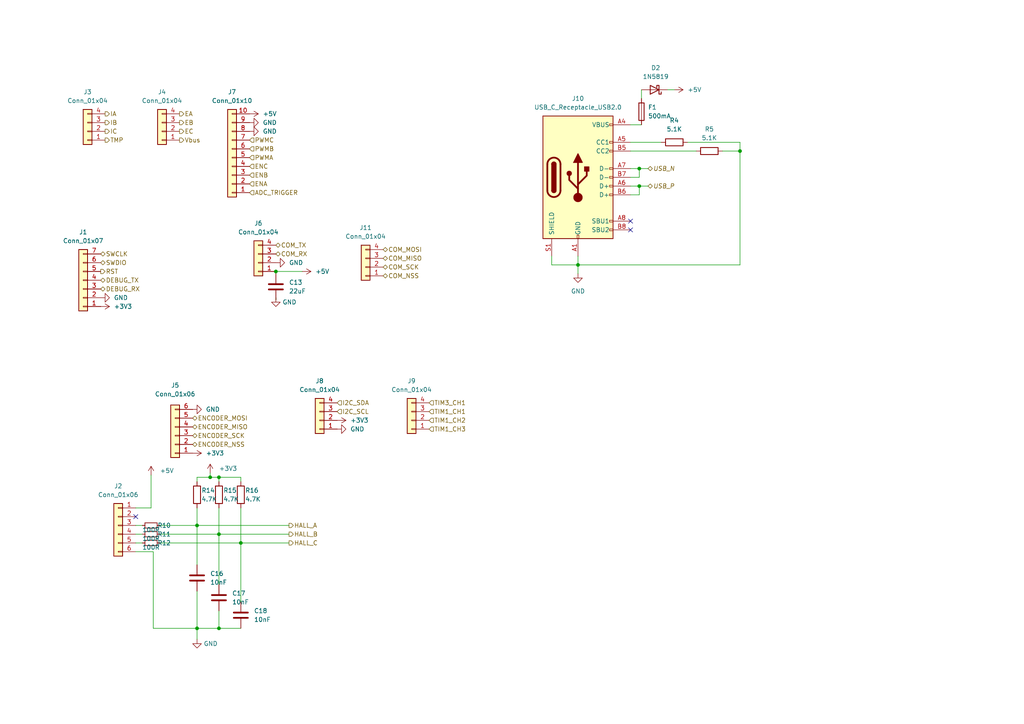
<source format=kicad_sch>
(kicad_sch (version 20211123) (generator eeschema)
  (paper "A4")
  (lib_symbols
    (symbol "Connector:USB_C_Receptacle_USB2.0" (pin_names (offset 1.016))
      (property "Reference" "J" (at -10.16 19.05 0))
      (property "Value" "USB_C_Receptacle_USB2.0" (at 19.05 19.05 0))
      (symbol "USB_C_Receptacle_USB2.0_0_0"
        (rectangle (start -0.254 -17.78) (end 0.254 -16.764))
        (rectangle (start 10.16 -14.986) (end 9.144 -15.494))
        (rectangle (start 10.16 -12.446) (end 9.144 -12.954))
        (rectangle (start 10.16 -4.826) (end 9.144 -5.334))
        (rectangle (start 10.16 -2.286) (end 9.144 -2.794))
        (rectangle (start 10.16 0.254) (end 9.144 -0.254))
        (rectangle (start 10.16 2.794) (end 9.144 2.286))
        (rectangle (start 10.16 7.874) (end 9.144 7.366))
        (rectangle (start 10.16 10.414) (end 9.144 9.906))
        (rectangle (start 10.16 15.494) (end 9.144 14.986))
      )
      (symbol "USB_C_Receptacle_USB2.0_0_1"
        (rectangle (start -10.16 17.78) (end 10.16 -17.78) (stroke (width 0.254)) (fill (type background)))
        (arc (start -8.89 -3.81) (mid -6.985 -5.715) (end -5.08 -3.81) (stroke (width 0.508)))
        (arc (start -7.62 -3.81) (mid -6.985 -4.445) (end -6.35 -3.81) (stroke (width 0.254)))
        (arc (start -7.62 -3.81) (mid -6.985 -4.445) (end -6.35 -3.81) (stroke (width 0.254)) (fill (type outline)))
        (rectangle (start -7.62 -3.81) (end -6.35 3.81) (stroke (width 0.254)) (fill (type outline)))
        (arc (start -6.35 3.81) (mid -6.985 4.445) (end -7.62 3.81) (stroke (width 0.254)))
        (arc (start -6.35 3.81) (mid -6.985 4.445) (end -7.62 3.81) (stroke (width 0.254)) (fill (type outline)))
        (arc (start -5.08 3.81) (mid -6.985 5.715) (end -8.89 3.81) (stroke (width 0.508)))
        (circle (center -2.54 1.143) (radius 0.635) (stroke (width 0.254)) (fill (type outline)))
        (circle (center 0 -5.842) (radius 1.27) (fill (type outline)))
        (polyline (pts (xy -8.89 -3.81) (xy -8.89 3.81)) (stroke (width 0.508)))
        (polyline (pts (xy -5.08 3.81) (xy -5.08 -3.81)) (stroke (width 0.508)))
        (polyline (pts (xy 0 -5.842) (xy 0 4.318)) (stroke (width 0.508)))
        (polyline (pts (xy 0 -3.302) (xy -2.54 -0.762) (xy -2.54 0.508)) (stroke (width 0.508)))
        (polyline (pts (xy 0 -2.032) (xy 2.54 0.508) (xy 2.54 1.778)) (stroke (width 0.508)))
        (polyline (pts (xy -1.27 4.318) (xy 0 6.858) (xy 1.27 4.318) (xy -1.27 4.318)) (stroke (width 0.254)) (fill (type outline)))
        (rectangle (start 1.905 1.778) (end 3.175 3.048) (stroke (width 0.254)) (fill (type outline)))
      )
      (symbol "USB_C_Receptacle_USB2.0_1_1"
        (pin passive line (at 0 -22.86 90) (length 5.08) (name "GND") (number "A1"))
        (pin passive line (at 0 -22.86 90) (length 5.08) hide (name "GND") (number "A12"))
        (pin passive line (at 15.24 15.24 180) (length 5.08) (name "VBUS") (number "A4"))
        (pin bidirectional line (at 15.24 10.16 180) (length 5.08) (name "CC1") (number "A5"))
        (pin bidirectional line (at 15.24 -2.54 180) (length 5.08) (name "D+") (number "A6"))
        (pin bidirectional line (at 15.24 2.54 180) (length 5.08) (name "D-") (number "A7"))
        (pin bidirectional line (at 15.24 -12.7 180) (length 5.08) (name "SBU1") (number "A8"))
        (pin passive line (at 15.24 15.24 180) (length 5.08) hide (name "VBUS") (number "A9"))
        (pin passive line (at 0 -22.86 90) (length 5.08) hide (name "GND") (number "B1"))
        (pin passive line (at 0 -22.86 90) (length 5.08) hide (name "GND") (number "B12"))
        (pin passive line (at 15.24 15.24 180) (length 5.08) hide (name "VBUS") (number "B4"))
        (pin bidirectional line (at 15.24 7.62 180) (length 5.08) (name "CC2") (number "B5"))
        (pin bidirectional line (at 15.24 -5.08 180) (length 5.08) (name "D+") (number "B6"))
        (pin bidirectional line (at 15.24 0 180) (length 5.08) (name "D-") (number "B7"))
        (pin bidirectional line (at 15.24 -15.24 180) (length 5.08) (name "SBU2") (number "B8"))
        (pin passive line (at 15.24 15.24 180) (length 5.08) hide (name "VBUS") (number "B9"))
        (pin passive line (at -7.62 -22.86 90) (length 5.08) (name "SHIELD") (number "S1"))
      )
    )
    (symbol "Connector_Generic:Conn_01x04" (pin_names (offset 1.016) hide)
      (property "Reference" "J" (at 0 5.08 0))
      (property "Value" "Conn_01x04" (at 0 -7.62 0))
      (symbol "Conn_01x04_1_1"
        (rectangle (start -1.27 -4.953) (end 0 -5.207) (stroke (width 0.1524)))
        (rectangle (start -1.27 -2.413) (end 0 -2.667) (stroke (width 0.1524)))
        (rectangle (start -1.27 0.127) (end 0 -0.127) (stroke (width 0.1524)))
        (rectangle (start -1.27 2.667) (end 0 2.413) (stroke (width 0.1524)))
        (rectangle (start -1.27 3.81) (end 1.27 -6.35) (stroke (width 0.254)) (fill (type background)))
        (pin passive line (at -5.08 2.54 0) (length 3.81) (name "Pin_1") (number "1"))
        (pin passive line (at -5.08 0 0) (length 3.81) (name "Pin_2") (number "2"))
        (pin passive line (at -5.08 -2.54 0) (length 3.81) (name "Pin_3") (number "3"))
        (pin passive line (at -5.08 -5.08 0) (length 3.81) (name "Pin_4") (number "4"))
      )
    )
    (symbol "Connector_Generic:Conn_01x06" (pin_names (offset 1.016) hide)
      (property "Reference" "J" (at 0 7.62 0))
      (property "Value" "Conn_01x06" (at 0 -10.16 0))
      (symbol "Conn_01x06_1_1"
        (rectangle (start -1.27 -7.493) (end 0 -7.747) (stroke (width 0.1524)))
        (rectangle (start -1.27 -4.953) (end 0 -5.207) (stroke (width 0.1524)))
        (rectangle (start -1.27 -2.413) (end 0 -2.667) (stroke (width 0.1524)))
        (rectangle (start -1.27 0.127) (end 0 -0.127) (stroke (width 0.1524)))
        (rectangle (start -1.27 2.667) (end 0 2.413) (stroke (width 0.1524)))
        (rectangle (start -1.27 5.207) (end 0 4.953) (stroke (width 0.1524)))
        (rectangle (start -1.27 6.35) (end 1.27 -8.89) (stroke (width 0.254)) (fill (type background)))
        (pin passive line (at -5.08 5.08 0) (length 3.81) (name "Pin_1") (number "1"))
        (pin passive line (at -5.08 2.54 0) (length 3.81) (name "Pin_2") (number "2"))
        (pin passive line (at -5.08 0 0) (length 3.81) (name "Pin_3") (number "3"))
        (pin passive line (at -5.08 -2.54 0) (length 3.81) (name "Pin_4") (number "4"))
        (pin passive line (at -5.08 -5.08 0) (length 3.81) (name "Pin_5") (number "5"))
        (pin passive line (at -5.08 -7.62 0) (length 3.81) (name "Pin_6") (number "6"))
      )
    )
    (symbol "Connector_Generic:Conn_01x07" (pin_names (offset 1.016) hide)
      (property "Reference" "J" (at 0 10.16 0))
      (property "Value" "Conn_01x07" (at 0 -10.16 0))
      (symbol "Conn_01x07_1_1"
        (rectangle (start -1.27 -7.493) (end 0 -7.747) (stroke (width 0.1524)))
        (rectangle (start -1.27 -4.953) (end 0 -5.207) (stroke (width 0.1524)))
        (rectangle (start -1.27 -2.413) (end 0 -2.667) (stroke (width 0.1524)))
        (rectangle (start -1.27 0.127) (end 0 -0.127) (stroke (width 0.1524)))
        (rectangle (start -1.27 2.667) (end 0 2.413) (stroke (width 0.1524)))
        (rectangle (start -1.27 5.207) (end 0 4.953) (stroke (width 0.1524)))
        (rectangle (start -1.27 7.747) (end 0 7.493) (stroke (width 0.1524)))
        (rectangle (start -1.27 8.89) (end 1.27 -8.89) (stroke (width 0.254)) (fill (type background)))
        (pin passive line (at -5.08 7.62 0) (length 3.81) (name "Pin_1") (number "1"))
        (pin passive line (at -5.08 5.08 0) (length 3.81) (name "Pin_2") (number "2"))
        (pin passive line (at -5.08 2.54 0) (length 3.81) (name "Pin_3") (number "3"))
        (pin passive line (at -5.08 0 0) (length 3.81) (name "Pin_4") (number "4"))
        (pin passive line (at -5.08 -2.54 0) (length 3.81) (name "Pin_5") (number "5"))
        (pin passive line (at -5.08 -5.08 0) (length 3.81) (name "Pin_6") (number "6"))
        (pin passive line (at -5.08 -7.62 0) (length 3.81) (name "Pin_7") (number "7"))
      )
    )
    (symbol "Connector_Generic:Conn_01x10" (pin_names (offset 1.016) hide)
      (property "Reference" "J" (at 0 12.7 0))
      (property "Value" "Conn_01x10" (at 0 -15.24 0))
      (symbol "Conn_01x10_1_1"
        (rectangle (start -1.27 -12.573) (end 0 -12.827) (stroke (width 0.1524)))
        (rectangle (start -1.27 -10.033) (end 0 -10.287) (stroke (width 0.1524)))
        (rectangle (start -1.27 -7.493) (end 0 -7.747) (stroke (width 0.1524)))
        (rectangle (start -1.27 -4.953) (end 0 -5.207) (stroke (width 0.1524)))
        (rectangle (start -1.27 -2.413) (end 0 -2.667) (stroke (width 0.1524)))
        (rectangle (start -1.27 0.127) (end 0 -0.127) (stroke (width 0.1524)))
        (rectangle (start -1.27 2.667) (end 0 2.413) (stroke (width 0.1524)))
        (rectangle (start -1.27 5.207) (end 0 4.953) (stroke (width 0.1524)))
        (rectangle (start -1.27 7.747) (end 0 7.493) (stroke (width 0.1524)))
        (rectangle (start -1.27 10.287) (end 0 10.033) (stroke (width 0.1524)))
        (rectangle (start -1.27 11.43) (end 1.27 -13.97) (stroke (width 0.254)) (fill (type background)))
        (pin passive line (at -5.08 10.16 0) (length 3.81) (name "Pin_1") (number "1"))
        (pin passive line (at -5.08 -12.7 0) (length 3.81) (name "Pin_10") (number "10"))
        (pin passive line (at -5.08 7.62 0) (length 3.81) (name "Pin_2") (number "2"))
        (pin passive line (at -5.08 5.08 0) (length 3.81) (name "Pin_3") (number "3"))
        (pin passive line (at -5.08 2.54 0) (length 3.81) (name "Pin_4") (number "4"))
        (pin passive line (at -5.08 0 0) (length 3.81) (name "Pin_5") (number "5"))
        (pin passive line (at -5.08 -2.54 0) (length 3.81) (name "Pin_6") (number "6"))
        (pin passive line (at -5.08 -5.08 0) (length 3.81) (name "Pin_7") (number "7"))
        (pin passive line (at -5.08 -7.62 0) (length 3.81) (name "Pin_8") (number "8"))
        (pin passive line (at -5.08 -10.16 0) (length 3.81) (name "Pin_9") (number "9"))
      )
    )
    (symbol "Device:C" (pin_numbers hide) (pin_names (offset 0.254))
      (property "Reference" "C" (at 0.635 2.54 0))
      (property "Value" "C" (at 0.635 -2.54 0))
      (symbol "C_0_1"
        (polyline (pts (xy -2.032 -0.762) (xy 2.032 -0.762)) (stroke (width 0.508)))
        (polyline (pts (xy -2.032 0.762) (xy 2.032 0.762)) (stroke (width 0.508)))
      )
      (symbol "C_1_1"
        (pin passive line (at 0 3.81 270) (length 2.794) (name "~") (number "1"))
        (pin passive line (at 0 -3.81 90) (length 2.794) (name "~") (number "2"))
      )
    )
    (symbol "Device:Fuse" (pin_numbers hide) (pin_names (offset 0))
      (property "Reference" "F" (at 2.032 0 90))
      (property "Value" "Fuse" (at -1.905 0 90))
      (symbol "Fuse_0_1"
        (rectangle (start -0.762 -2.54) (end 0.762 2.54) (stroke (width 0.254)))
        (polyline (pts (xy 0 2.54) (xy 0 -2.54)))
      )
      (symbol "Fuse_1_1"
        (pin passive line (at 0 3.81 270) (length 1.27) (name "~") (number "1"))
        (pin passive line (at 0 -3.81 90) (length 1.27) (name "~") (number "2"))
      )
    )
    (symbol "Device:R" (pin_numbers hide) (pin_names (offset 0))
      (property "Reference" "R" (at 2.032 0 90))
      (property "Value" "R" (at 0 0 90))
      (symbol "R_0_1"
        (rectangle (start -1.016 -2.54) (end 1.016 2.54) (stroke (width 0.254)))
      )
      (symbol "R_1_1"
        (pin passive line (at 0 3.81 270) (length 1.27) (name "~") (number "1"))
        (pin passive line (at 0 -3.81 90) (length 1.27) (name "~") (number "2"))
      )
    )
    (symbol "Device:R_Small" (pin_numbers hide) (pin_names (offset 0.254) hide)
      (property "Reference" "R" (at 0.762 0.508 0))
      (property "Value" "R_Small" (at 0.762 -1.016 0))
      (symbol "R_Small_0_1"
        (rectangle (start -0.762 1.778) (end 0.762 -1.778) (stroke (width 0.2032)))
      )
      (symbol "R_Small_1_1"
        (pin passive line (at 0 2.54 270) (length 0.762) (name "~") (number "1"))
        (pin passive line (at 0 -2.54 90) (length 0.762) (name "~") (number "2"))
      )
    )
    (symbol "Diode:1N5819" (pin_numbers hide) (pin_names (offset 1.016) hide)
      (property "Reference" "D" (at 0 2.54 0))
      (property "Value" "1N5819" (at 0 -2.54 0))
      (symbol "1N5819_0_1"
        (polyline (pts (xy 1.27 0) (xy -1.27 0)))
        (polyline (pts (xy 1.27 1.27) (xy 1.27 -1.27) (xy -1.27 0) (xy 1.27 1.27)) (stroke (width 0.254)))
        (polyline (pts (xy -1.905 0.635) (xy -1.905 1.27) (xy -1.27 1.27) (xy -1.27 -1.27) (xy -0.635 -1.27) (xy -0.635 -0.635)) (stroke (width 0.254)))
      )
      (symbol "1N5819_1_1"
        (pin passive line (at -3.81 0 0) (length 2.54) (name "K") (number "1"))
        (pin passive line (at 3.81 0 180) (length 2.54) (name "A") (number "2"))
      )
    )
    (symbol "power:+3V3" (power) (pin_names (offset 0))
      (property "Value" "+3V3" (at 0 3.556 0))
      (symbol "+3V3_0_1"
        (polyline (pts (xy -0.762 1.27) (xy 0 2.54)))
        (polyline (pts (xy 0 0) (xy 0 2.54)))
        (polyline (pts (xy 0 2.54) (xy 0.762 1.27)))
      )
      (symbol "+3V3_1_1"
        (pin power_in line (at 0 0 90) (length 0) hide (name "+3V3") (number "1"))
      )
    )
    (symbol "power:+5V" (power) (pin_names (offset 0))
      (property "Value" "+5V" (at 0 3.556 0))
      (symbol "+5V_0_1"
        (polyline (pts (xy -0.762 1.27) (xy 0 2.54)))
        (polyline (pts (xy 0 0) (xy 0 2.54)))
        (polyline (pts (xy 0 2.54) (xy 0.762 1.27)))
      )
      (symbol "+5V_1_1"
        (pin power_in line (at 0 0 90) (length 0) hide (name "+5V") (number "1"))
      )
    )
    (symbol "power:GND" (power) (pin_names (offset 0))
      (property "Value" "GND" (at 0 -3.81 0))
      (symbol "GND_0_1"
        (polyline (pts (xy 0 0) (xy 0 -1.27) (xy 1.27 -1.27) (xy 0 -2.54) (xy -1.27 -1.27) (xy 0 -1.27)))
      )
      (symbol "GND_1_1"
        (pin power_in line (at 0 0 270) (length 0) hide (name "GND") (number "1"))
      )
    )
  )
  (junction (at 63.5 182.245))
  (junction (at 214.63 43.815))
  (junction (at 167.64 76.835))
  (junction (at 63.5 138.43))
  (junction (at 80.01 78.74))
  (junction (at 69.85 157.48))
  (junction (at 57.15 152.4))
  (junction (at 185.42 53.975))
  (junction (at 63.5 154.94))
  (junction (at 185.42 48.895))
  (junction (at 57.15 182.245))
  (junction (at 60.96 138.43))
  (no_connect (at 39.37 149.86))
  (no_connect (at 182.88 64.135))
  (no_connect (at 182.88 66.675))
  (wire (pts (xy 182.88 51.435) (xy 185.42 51.435)))
  (wire (pts (xy 57.15 138.43) (xy 57.15 139.7)))
  (wire (pts (xy 46.355 157.48) (xy 69.85 157.48)))
  (wire (pts (xy 214.63 41.275) (xy 214.63 43.815)))
  (wire (pts (xy 80.01 79.375) (xy 80.01 78.74)))
  (wire (pts (xy 43.815 147.32) (xy 39.37 147.32)))
  (wire (pts (xy 57.15 185.42) (xy 57.15 182.245)))
  (wire (pts (xy 57.15 182.245) (xy 63.5 182.245)))
  (wire (pts (xy 160.02 76.835) (xy 167.64 76.835)))
  (wire (pts (xy 182.88 53.975) (xy 185.42 53.975)))
  (wire (pts (xy 182.88 48.895) (xy 185.42 48.895)))
  (wire (pts (xy 167.64 76.835) (xy 167.64 79.375)))
  (wire (pts (xy 69.85 139.7) (xy 69.85 138.43)))
  (wire (pts (xy 186.055 26.035) (xy 186.055 28.575)))
  (wire (pts (xy 44.45 160.02) (xy 44.45 182.245)))
  (wire (pts (xy 46.355 154.94) (xy 63.5 154.94)))
  (wire (pts (xy 69.85 157.48) (xy 83.82 157.48)))
  (wire (pts (xy 167.64 74.295) (xy 167.64 76.835)))
  (wire (pts (xy 182.88 43.815) (xy 201.93 43.815)))
  (wire (pts (xy 57.15 147.32) (xy 57.15 152.4)))
  (wire (pts (xy 182.88 36.195) (xy 186.055 36.195)))
  (wire (pts (xy 63.5 139.7) (xy 63.5 138.43)))
  (wire (pts (xy 182.88 56.515) (xy 185.42 56.515)))
  (wire (pts (xy 185.42 48.895) (xy 187.96 48.895)))
  (wire (pts (xy 57.15 152.4) (xy 57.15 163.83)))
  (wire (pts (xy 39.37 157.48) (xy 41.275 157.48)))
  (wire (pts (xy 80.01 86.995) (xy 80.01 86.36)))
  (wire (pts (xy 87.63 78.74) (xy 80.01 78.74)))
  (wire (pts (xy 63.5 138.43) (xy 60.96 138.43)))
  (wire (pts (xy 39.37 154.94) (xy 41.275 154.94)))
  (wire (pts (xy 63.5 154.94) (xy 63.5 169.545)))
  (wire (pts (xy 57.15 171.45) (xy 57.15 182.245)))
  (wire (pts (xy 185.42 56.515) (xy 185.42 53.975)))
  (wire (pts (xy 44.45 182.245) (xy 57.15 182.245)))
  (wire (pts (xy 193.675 26.035) (xy 195.58 26.035)))
  (wire (pts (xy 182.88 41.275) (xy 191.77 41.275)))
  (wire (pts (xy 46.355 152.4) (xy 57.15 152.4)))
  (wire (pts (xy 214.63 43.815) (xy 214.63 76.835)))
  (wire (pts (xy 69.85 157.48) (xy 69.85 174.625)))
  (wire (pts (xy 199.39 41.275) (xy 214.63 41.275)))
  (wire (pts (xy 69.85 147.32) (xy 69.85 157.48)))
  (wire (pts (xy 43.815 137.795) (xy 43.815 147.32)))
  (wire (pts (xy 214.63 76.835) (xy 167.64 76.835)))
  (wire (pts (xy 160.02 74.295) (xy 160.02 76.835)))
  (wire (pts (xy 60.96 138.43) (xy 57.15 138.43)))
  (wire (pts (xy 57.15 152.4) (xy 83.82 152.4)))
  (wire (pts (xy 63.5 177.165) (xy 63.5 182.245)))
  (wire (pts (xy 69.85 138.43) (xy 63.5 138.43)))
  (wire (pts (xy 63.5 154.94) (xy 83.82 154.94)))
  (wire (pts (xy 185.42 53.975) (xy 187.96 53.975)))
  (wire (pts (xy 39.37 160.02) (xy 44.45 160.02)))
  (wire (pts (xy 209.55 43.815) (xy 214.63 43.815)))
  (wire (pts (xy 63.5 182.245) (xy 69.85 182.245)))
  (wire (pts (xy 60.96 137.16) (xy 60.96 138.43)))
  (wire (pts (xy 63.5 147.32) (xy 63.5 154.94)))
  (wire (pts (xy 39.37 152.4) (xy 41.275 152.4)))
  (wire (pts (xy 185.42 51.435) (xy 185.42 48.895)))
  (hierarchical_label "DEBUG_TX" (shape bidirectional) (at 29.21 81.28 0))
  (hierarchical_label "SWCLK" (shape bidirectional) (at 29.21 73.66 0))
  (hierarchical_label "TMP" (shape output) (at 30.48 40.64 0))
  (hierarchical_label "ENB" (shape input) (at 72.39 50.8 0))
  (hierarchical_label "HALL_B" (shape output) (at 83.82 154.94 0))
  (hierarchical_label "COM_MISO" (shape bidirectional) (at 111.125 74.93 0))
  (hierarchical_label "EA" (shape output) (at 52.07 33.02 0))
  (hierarchical_label "RST" (shape output) (at 29.21 78.74 0))
  (hierarchical_label "ENCODER_SCK" (shape bidirectional) (at 55.88 126.365 0))
  (hierarchical_label "EC" (shape output) (at 52.07 38.1 0))
  (hierarchical_label "TIM3_CH1" (shape input) (at 124.46 116.84 0))
  (hierarchical_label "I2C_SDA" (shape input) (at 97.79 116.84 0))
  (hierarchical_label "COM_MOSI" (shape bidirectional) (at 111.125 72.39 0))
  (hierarchical_label "DEBUG_RX" (shape bidirectional) (at 29.21 83.82 0))
  (hierarchical_label "I2C_SCL" (shape input) (at 97.79 119.38 0))
  (hierarchical_label "PWMC" (shape input) (at 72.39 40.64 0))
  (hierarchical_label "TIM1_CH3" (shape input) (at 124.46 124.46 0))
  (hierarchical_label "PWMA" (shape input) (at 72.39 45.72 0))
  (hierarchical_label "EB" (shape output) (at 52.07 35.56 0))
  (hierarchical_label "TIM1_CH2" (shape input) (at 124.46 121.92 0))
  (hierarchical_label "ENA" (shape input) (at 72.39 53.34 0))
  (hierarchical_label "PWMB" (shape input) (at 72.39 43.18 0))
  (hierarchical_label "USB_P" (shape bidirectional) (at 187.96 53.975 0) (effects (font italic)))
  (hierarchical_label "ENC" (shape input) (at 72.39 48.26 0))
  (hierarchical_label "ENCODER_MISO" (shape bidirectional) (at 55.88 123.825 0))
  (hierarchical_label "ENCODER_NSS" (shape bidirectional) (at 55.88 128.905 0))
  (hierarchical_label "HALL_A" (shape output) (at 83.82 152.4 0))
  (hierarchical_label "USB_N" (shape bidirectional) (at 187.96 48.895 0) (effects (font italic)))
  (hierarchical_label "SWDIO" (shape bidirectional) (at 29.21 76.2 0))
  (hierarchical_label "IA" (shape output) (at 30.48 33.02 0))
  (hierarchical_label "HALL_C" (shape output) (at 83.82 157.48 0))
  (hierarchical_label "Vbus" (shape output) (at 52.07 40.64 0))
  (hierarchical_label "COM_RX" (shape bidirectional) (at 80.01 73.66 0))
  (hierarchical_label "COM_TX" (shape bidirectional) (at 80.01 71.12 0))
  (hierarchical_label "IC" (shape output) (at 30.48 38.1 0))
  (hierarchical_label "TIM1_CH1" (shape input) (at 124.46 119.38 0))
  (hierarchical_label "IB" (shape output) (at 30.48 35.56 0))
  (hierarchical_label "ADC_TRIGGER" (shape input) (at 72.39 55.88 0))
  (hierarchical_label "ENCODER_MOSI" (shape bidirectional) (at 55.88 121.285 0))
  (hierarchical_label "COM_NSS" (shape bidirectional) (at 111.125 80.01 0))
  (hierarchical_label "COM_SCK" (shape bidirectional) (at 111.125 77.47 0))
  (symbol (lib_id "Device:C") (at 69.85 178.435 0) (unit 1)
    (property "Reference" "C18" (at 73.66 177.1649 0) (effects (justify left)))
    (property "Value" "10nF" (at 73.66 179.7049 0) (effects (justify left)))
    (property "Footprint" "Capacitor_SMD:C_0603_1608Metric" (effects hide))
  )
  (symbol (lib_id "Connector_Generic:Conn_01x10") (at 67.31 45.72 180) (unit 1)
    (property "Reference" "J7" (at 67.31 26.67 0))
    (property "Value" "Conn_01x10" (at 67.31 29.21 0))
    (property "Footprint" "Connector_PinHeader_2.54mm:PinHeader_1x10_P2.54mm_Vertical" (effects hide))
  )
  (symbol (lib_id "Connector_Generic:Conn_01x04") (at 74.93 76.2 180) (unit 1)
    (property "Reference" "J6" (at 74.93 64.77 0))
    (property "Value" "Conn_01x04" (at 74.93 67.31 0))
    (property "Footprint" "Connector_JST:JST_PH_S4B-PH-SM4-TB_1x04-1MP_P2.00mm_Horizontal" (effects hide))
  )
  (symbol (lib_id "Device:Fuse") (at 186.055 32.385 180) (unit 1)
    (property "Reference" "F1" (at 187.96 31.1149 0) (effects (justify right)))
    (property "Value" "500mA" (at 187.96 33.6549 0) (effects (justify right)))
    (property "Footprint" "Fuse:Fuse_0603_1608Metric" (effects hide))
  )
  (symbol (lib_id "Device:R_Small") (at 43.815 157.48 90) (unit 1)
    (property "Reference" "R12" (at 47.625 157.48 90))
    (property "Value" "100R" (at 43.815 158.75 90))
    (property "Footprint" "Resistor_SMD:R_0603_1608Metric" (effects hide))
  )
  (symbol (lib_id "Device:R_Small") (at 43.815 152.4 90) (unit 1)
    (property "Reference" "R10" (at 47.625 152.4 90))
    (property "Value" "100R" (at 43.815 153.67 90))
    (property "Footprint" "Resistor_SMD:R_0603_1608Metric" (effects hide))
  )
  (symbol (lib_id "Device:R") (at 205.74 43.815 90) (unit 1)
    (property "Reference" "R5" (at 205.74 37.465 90))
    (property "Value" "5.1K" (at 205.74 40.005 90))
    (property "Footprint" "Resistor_SMD:R_0603_1608Metric" (effects hide))
  )
  (symbol (lib_id "Device:R") (at 57.15 143.51 0) (unit 1)
    (property "Reference" "R14" (at 58.42 142.24 0) (effects (justify left)))
    (property "Value" "4.7K" (at 58.42 144.78 0) (effects (justify left)))
    (property "Footprint" "Resistor_SMD:R_0603_1608Metric" (effects hide))
  )
  (symbol (lib_id "Diode:1N5819") (at 189.865 26.035 180) (unit 1)
    (property "Reference" "D2" (at 190.1825 19.685 0))
    (property "Value" "1N5819" (at 190.1825 22.225 0))
    (property "Footprint" "Diode_SMD:D_SOD-323" (effects hide))
    (property "Datasheet" "http://www.vishay.com/docs/88525/1n5817.pdf" (effects hide))
  )
  (symbol (lib_id "Connector_Generic:Conn_01x06") (at 34.29 152.4 0) (mirror y) (unit 1)
    (property "Reference" "J2" (at 34.29 140.97 0))
    (property "Value" "Conn_01x06" (at 34.29 143.51 0))
    (property "Footprint" "Connector_JST:JST_GH_SM06B-GHS-TB_1x06-1MP_P1.25mm_Horizontal" (effects hide))
  )
  (symbol (lib_id "power:GND") (at 80.01 86.36 0) (unit 1)
    (property "Reference" "#PWR0102" (effects hide))
    (property "Value" "GND" (at 81.915 87.6299 0) (effects (justify left)))
  )
  (symbol (lib_id "Device:R_Small") (at 43.815 154.94 90) (unit 1)
    (property "Reference" "R11" (at 47.625 154.94 90))
    (property "Value" "100R" (at 43.815 156.21 90))
    (property "Footprint" "Resistor_SMD:R_0603_1608Metric" (effects hide))
  )
  (symbol (lib_id "power:GND") (at 29.21 86.36 90) (unit 1)
    (property "Reference" "#PWR014" (effects hide))
    (property "Value" "GND" (at 33.02 86.3599 90) (effects (justify right)))
  )
  (symbol (lib_id "Device:C") (at 57.15 167.64 0) (unit 1)
    (property "Reference" "C16" (at 60.96 166.3699 0) (effects (justify left)))
    (property "Value" "10nF" (at 60.96 168.9099 0) (effects (justify left)))
    (property "Footprint" "Capacitor_SMD:C_0603_1608Metric" (effects hide))
  )
  (symbol (lib_id "Device:R") (at 69.85 143.51 0) (unit 1)
    (property "Reference" "R16" (at 71.12 142.24 0) (effects (justify left)))
    (property "Value" "4.7K" (at 71.12 144.78 0) (effects (justify left)))
    (property "Footprint" "Resistor_SMD:R_0603_1608Metric" (effects hide))
  )
  (symbol (lib_id "power:GND") (at 72.39 38.1 90) (unit 1)
    (property "Reference" "#PWR025" (effects hide))
    (property "Value" "GND" (at 76.2 38.0999 90) (effects (justify right)))
  )
  (symbol (lib_id "Connector_Generic:Conn_01x04") (at 119.38 121.92 180) (unit 1)
    (property "Reference" "J9" (at 119.38 110.49 0))
    (property "Value" "Conn_01x04" (at 119.38 113.03 0))
    (property "Footprint" "Connector_PinHeader_2.54mm:PinHeader_1x04_P2.54mm_Horizontal" (effects hide))
  )
  (symbol (lib_id "Connector:USB_C_Receptacle_USB2.0") (at 167.64 51.435 0) (unit 1)
    (property "Reference" "J10" (at 167.64 28.575 0))
    (property "Value" "USB_C_Receptacle_USB2.0" (at 167.64 31.115 0))
    (property "Footprint" "Connector_USB:USB_C_Receptacle_HRO_TYPE-C-31-M-12" (effects hide))
    (property "Datasheet" "https://www.usb.org/sites/default/files/documents/usb_type-c.zip" (effects hide))
  )
  (symbol (lib_id "Device:C") (at 63.5 173.355 0) (unit 1)
    (property "Reference" "C17" (at 67.31 172.0849 0) (effects (justify left)))
    (property "Value" "10nF" (at 67.31 174.6249 0) (effects (justify left)))
    (property "Footprint" "Capacitor_SMD:C_0603_1608Metric" (effects hide))
  )
  (symbol (lib_id "Connector_Generic:Conn_01x07") (at 24.13 81.28 180) (unit 1)
    (property "Reference" "J1" (at 24.13 67.31 0))
    (property "Value" "Conn_01x07" (at 24.13 69.85 0))
    (property "Footprint" "Connector_PinHeader_2.54mm:PinHeader_1x07_P2.54mm_Horizontal" (effects hide))
  )
  (symbol (lib_id "Device:R") (at 195.58 41.275 90) (unit 1)
    (property "Reference" "R4" (at 195.58 34.925 90))
    (property "Value" "5.1K" (at 195.58 37.465 90))
    (property "Footprint" "Resistor_SMD:R_0603_1608Metric" (effects hide))
  )
  (symbol (lib_id "Device:C") (at 80.01 83.185 0) (unit 1)
    (property "Reference" "C13" (at 83.82 81.9149 0) (effects (justify left)))
    (property "Value" "22uF" (at 83.82 84.4549 0) (effects (justify left)))
    (property "Footprint" "Capacitor_SMD:C_0603_1608Metric" (effects hide))
  )
  (symbol (lib_id "power:GND") (at 57.15 185.42 0) (unit 1)
    (property "Reference" "#PWR017" (effects hide))
    (property "Value" "GND" (at 59.055 186.6899 0) (effects (justify left)))
  )
  (symbol (lib_id "power:+3V3") (at 55.88 131.445 270) (unit 1)
    (property "Reference" "#PWR020" (effects hide))
    (property "Value" "+3V3" (at 59.69 131.4449 90) (effects (justify left)))
  )
  (symbol (lib_id "power:+3V3") (at 97.79 121.92 270) (unit 1)
    (property "Reference" "#PWR026" (effects hide))
    (property "Value" "+3V3" (at 101.6 121.9199 90) (effects (justify left)))
  )
  (symbol (lib_id "power:GND") (at 80.01 76.2 90) (unit 1)
    (property "Reference" "#PWR021" (effects hide))
    (property "Value" "GND" (at 83.82 76.1999 90) (effects (justify right)))
  )
  (symbol (lib_id "power:+5V") (at 87.63 78.74 270) (unit 1)
    (property "Reference" "#PWR022" (effects hide))
    (property "Value" "+5V" (at 91.44 78.7399 90) (effects (justify left)))
  )
  (symbol (lib_id "power:GND") (at 55.88 118.745 90) (unit 1)
    (property "Reference" "#PWR0101" (effects hide))
    (property "Value" "GND" (at 59.69 118.7449 90) (effects (justify right)))
  )
  (symbol (lib_id "Device:R") (at 63.5 143.51 0) (unit 1)
    (property "Reference" "R15" (at 64.77 142.24 0) (effects (justify left)))
    (property "Value" "4.7K" (at 64.77 144.78 0) (effects (justify left)))
    (property "Footprint" "Resistor_SMD:R_0603_1608Metric" (effects hide))
  )
  (symbol (lib_id "power:+5V") (at 195.58 26.035 270) (unit 1)
    (property "Reference" "#PWR029" (effects hide))
    (property "Value" "+5V" (at 199.39 26.0349 90) (effects (justify left)))
  )
  (symbol (lib_id "power:GND") (at 167.64 79.375 0) (unit 1)
    (property "Reference" "#PWR028" (effects hide))
    (property "Value" "GND" (at 167.64 84.455 0))
  )
  (symbol (lib_id "Connector_Generic:Conn_01x06") (at 50.8 126.365 180) (unit 1)
    (property "Reference" "J5" (at 50.8 111.76 0))
    (property "Value" "Conn_01x06" (at 50.8 114.3 0))
    (property "Footprint" "Connector_JST:JST_GH_SM06B-GHS-TB_1x06-1MP_P1.25mm_Horizontal" (effects hide))
  )
  (symbol (lib_id "Connector_Generic:Conn_01x04") (at 25.4 38.1 180) (unit 1)
    (property "Reference" "J3" (at 25.4 26.67 0))
    (property "Value" "Conn_01x04" (at 25.4 29.21 0))
    (property "Footprint" "Connector_PinHeader_2.54mm:PinHeader_1x04_P2.54mm_Vertical" (effects hide))
  )
  (symbol (lib_id "Connector_Generic:Conn_01x04") (at 106.045 77.47 180) (unit 1)
    (property "Reference" "J11" (at 106.045 66.04 0))
    (property "Value" "Conn_01x04" (at 106.045 68.58 0))
    (property "Footprint" "Connector_PinHeader_2.54mm:PinHeader_1x04_P2.54mm_Vertical" (effects hide))
  )
  (symbol (lib_id "power:+3V3") (at 29.21 88.9 270) (unit 1)
    (property "Reference" "#PWR015" (effects hide))
    (property "Value" "+3V3" (at 33.02 88.8999 90) (effects (justify left)))
  )
  (symbol (lib_id "power:+5V") (at 72.39 33.02 270) (unit 1)
    (property "Reference" "#PWR023" (effects hide))
    (property "Value" "+5V" (at 76.2 33.0199 90) (effects (justify left)))
  )
  (symbol (lib_id "Connector_Generic:Conn_01x04") (at 92.71 121.92 180) (unit 1)
    (property "Reference" "J8" (at 92.71 110.49 0))
    (property "Value" "Conn_01x04" (at 92.71 113.03 0))
    (property "Footprint" "Connector_PinSocket_2.54mm:PinSocket_1x04_P2.54mm_Horizontal" (effects hide))
  )
  (symbol (lib_id "power:GND") (at 72.39 35.56 90) (unit 1)
    (property "Reference" "#PWR024" (effects hide))
    (property "Value" "GND" (at 76.2 35.5599 90) (effects (justify right)))
  )
  (symbol (lib_id "power:+5V") (at 43.815 137.795 0) (unit 1)
    (property "Reference" "#PWR016" (effects hide))
    (property "Value" "+5V" (at 46.355 136.5249 0) (effects (justify left)))
  )
  (symbol (lib_id "Connector_Generic:Conn_01x04") (at 46.99 38.1 180) (unit 1)
    (property "Reference" "J4" (at 46.99 26.67 0))
    (property "Value" "Conn_01x04" (at 46.99 29.21 0))
    (property "Footprint" "Connector_PinHeader_2.54mm:PinHeader_1x04_P2.54mm_Vertical" (effects hide))
  )
  (symbol (lib_id "power:+3V3") (at 60.96 137.16 0) (unit 1)
    (property "Reference" "#PWR018" (effects hide))
    (property "Value" "+3V3" (at 63.5 135.8899 0) (effects (justify left)))
  )
  (symbol (lib_id "power:GND") (at 97.79 124.46 90) (unit 1)
    (property "Reference" "#PWR027" (effects hide))
    (property "Value" "GND" (at 101.6 124.4599 90) (effects (justify right)))
  )
)
</source>
